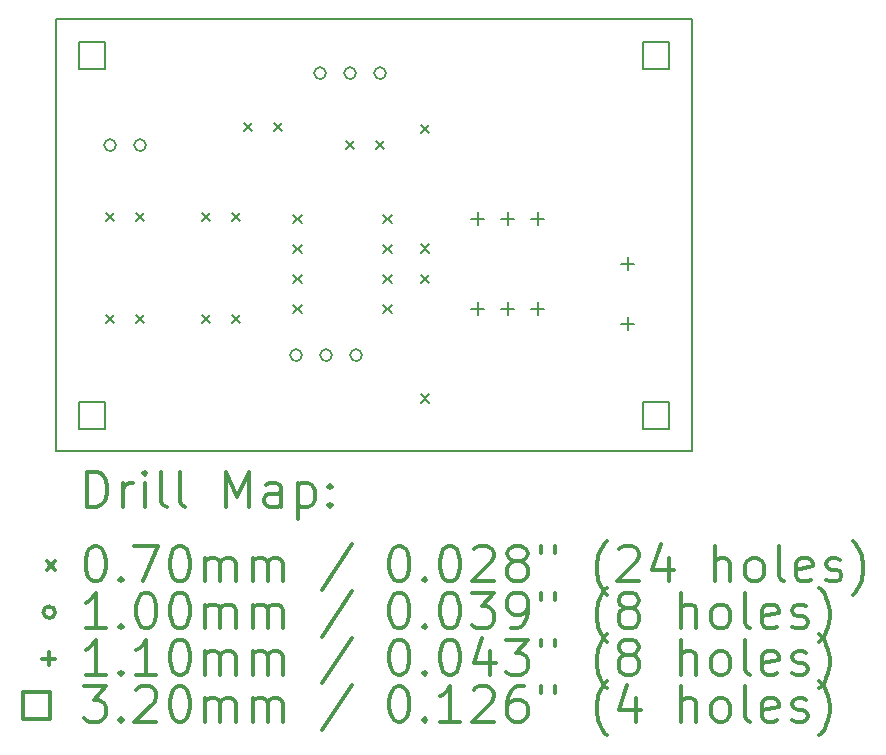
<source format=gbr>
%FSLAX45Y45*%
G04 Gerber Fmt 4.5, Leading zero omitted, Abs format (unit mm)*
G04 Created by KiCad (PCBNEW 4.0.7) date 06/12/18 06:08:38*
%MOMM*%
%LPD*%
G01*
G04 APERTURE LIST*
%ADD10C,0.127000*%
%ADD11C,0.150000*%
%ADD12C,0.200000*%
%ADD13C,0.300000*%
G04 APERTURE END LIST*
D10*
D11*
X19659600Y-7264400D02*
X19608800Y-7264400D01*
X19659600Y-10922000D02*
X19659600Y-7264400D01*
X15290800Y-7264400D02*
X19608800Y-7264400D01*
X14274800Y-7264400D02*
X15290800Y-7264400D01*
X14274800Y-8382000D02*
X14274800Y-7264400D01*
X14274800Y-10922000D02*
X14274800Y-8382000D01*
X19659600Y-10922000D02*
X14274800Y-10922000D01*
D12*
X14697000Y-8905800D02*
X14767000Y-8975800D01*
X14767000Y-8905800D02*
X14697000Y-8975800D01*
X14697000Y-9769400D02*
X14767000Y-9839400D01*
X14767000Y-9769400D02*
X14697000Y-9839400D01*
X14951000Y-8905800D02*
X15021000Y-8975800D01*
X15021000Y-8905800D02*
X14951000Y-8975800D01*
X14951000Y-9769400D02*
X15021000Y-9839400D01*
X15021000Y-9769400D02*
X14951000Y-9839400D01*
X15509800Y-8905800D02*
X15579800Y-8975800D01*
X15579800Y-8905800D02*
X15509800Y-8975800D01*
X15509800Y-9769400D02*
X15579800Y-9839400D01*
X15579800Y-9769400D02*
X15509800Y-9839400D01*
X15763800Y-8905800D02*
X15833800Y-8975800D01*
X15833800Y-8905800D02*
X15763800Y-8975800D01*
X15763800Y-9769400D02*
X15833800Y-9839400D01*
X15833800Y-9769400D02*
X15763800Y-9839400D01*
X15865400Y-8143800D02*
X15935400Y-8213800D01*
X15935400Y-8143800D02*
X15865400Y-8213800D01*
X16119400Y-8143800D02*
X16189400Y-8213800D01*
X16189400Y-8143800D02*
X16119400Y-8213800D01*
X16284500Y-8918500D02*
X16354500Y-8988500D01*
X16354500Y-8918500D02*
X16284500Y-8988500D01*
X16284500Y-9172500D02*
X16354500Y-9242500D01*
X16354500Y-9172500D02*
X16284500Y-9242500D01*
X16284500Y-9426500D02*
X16354500Y-9496500D01*
X16354500Y-9426500D02*
X16284500Y-9496500D01*
X16284500Y-9680500D02*
X16354500Y-9750500D01*
X16354500Y-9680500D02*
X16284500Y-9750500D01*
X16729000Y-8296200D02*
X16799000Y-8366200D01*
X16799000Y-8296200D02*
X16729000Y-8366200D01*
X16983000Y-8296200D02*
X17053000Y-8366200D01*
X17053000Y-8296200D02*
X16983000Y-8366200D01*
X17046500Y-8918500D02*
X17116500Y-8988500D01*
X17116500Y-8918500D02*
X17046500Y-8988500D01*
X17046500Y-9172500D02*
X17116500Y-9242500D01*
X17116500Y-9172500D02*
X17046500Y-9242500D01*
X17046500Y-9426500D02*
X17116500Y-9496500D01*
X17116500Y-9426500D02*
X17046500Y-9496500D01*
X17046500Y-9680500D02*
X17116500Y-9750500D01*
X17116500Y-9680500D02*
X17046500Y-9750500D01*
X17363746Y-9172448D02*
X17433746Y-9242448D01*
X17433746Y-9172448D02*
X17363746Y-9242448D01*
X17363746Y-10442448D02*
X17433746Y-10512448D01*
X17433746Y-10442448D02*
X17363746Y-10512448D01*
X17364000Y-8156500D02*
X17434000Y-8226500D01*
X17434000Y-8156500D02*
X17364000Y-8226500D01*
X17364000Y-9426500D02*
X17434000Y-9496500D01*
X17434000Y-9426500D02*
X17364000Y-9496500D01*
X14782000Y-8331200D02*
G75*
G03X14782000Y-8331200I-50000J0D01*
G01*
X15036000Y-8331200D02*
G75*
G03X15036000Y-8331200I-50000J0D01*
G01*
X16356800Y-10109200D02*
G75*
G03X16356800Y-10109200I-50000J0D01*
G01*
X16560000Y-7721600D02*
G75*
G03X16560000Y-7721600I-50000J0D01*
G01*
X16610800Y-10109200D02*
G75*
G03X16610800Y-10109200I-50000J0D01*
G01*
X16814000Y-7721600D02*
G75*
G03X16814000Y-7721600I-50000J0D01*
G01*
X16864800Y-10109200D02*
G75*
G03X16864800Y-10109200I-50000J0D01*
G01*
X17068000Y-7721600D02*
G75*
G03X17068000Y-7721600I-50000J0D01*
G01*
X17843500Y-8898500D02*
X17843500Y-9008500D01*
X17788500Y-8953500D02*
X17898500Y-8953500D01*
X17843500Y-9660500D02*
X17843500Y-9770500D01*
X17788500Y-9715500D02*
X17898500Y-9715500D01*
X18097500Y-8898500D02*
X18097500Y-9008500D01*
X18042500Y-8953500D02*
X18152500Y-8953500D01*
X18097500Y-9660500D02*
X18097500Y-9770500D01*
X18042500Y-9715500D02*
X18152500Y-9715500D01*
X18351500Y-8898500D02*
X18351500Y-9008500D01*
X18296500Y-8953500D02*
X18406500Y-8953500D01*
X18351500Y-9660500D02*
X18351500Y-9770500D01*
X18296500Y-9715500D02*
X18406500Y-9715500D01*
X19113500Y-9279500D02*
X19113500Y-9389500D01*
X19058500Y-9334500D02*
X19168500Y-9334500D01*
X19113500Y-9787500D02*
X19113500Y-9897500D01*
X19058500Y-9842500D02*
X19168500Y-9842500D01*
X14692738Y-7682338D02*
X14692738Y-7456062D01*
X14466462Y-7456062D01*
X14466462Y-7682338D01*
X14692738Y-7682338D01*
X14692738Y-10730338D02*
X14692738Y-10504062D01*
X14466462Y-10504062D01*
X14466462Y-10730338D01*
X14692738Y-10730338D01*
X19467938Y-7682338D02*
X19467938Y-7456062D01*
X19241662Y-7456062D01*
X19241662Y-7682338D01*
X19467938Y-7682338D01*
X19467938Y-10730338D02*
X19467938Y-10504062D01*
X19241662Y-10504062D01*
X19241662Y-10730338D01*
X19467938Y-10730338D01*
D13*
X14538728Y-11395214D02*
X14538728Y-11095214D01*
X14610157Y-11095214D01*
X14653014Y-11109500D01*
X14681586Y-11138072D01*
X14695871Y-11166643D01*
X14710157Y-11223786D01*
X14710157Y-11266643D01*
X14695871Y-11323786D01*
X14681586Y-11352357D01*
X14653014Y-11380929D01*
X14610157Y-11395214D01*
X14538728Y-11395214D01*
X14838728Y-11395214D02*
X14838728Y-11195214D01*
X14838728Y-11252357D02*
X14853014Y-11223786D01*
X14867300Y-11209500D01*
X14895871Y-11195214D01*
X14924443Y-11195214D01*
X15024443Y-11395214D02*
X15024443Y-11195214D01*
X15024443Y-11095214D02*
X15010157Y-11109500D01*
X15024443Y-11123786D01*
X15038728Y-11109500D01*
X15024443Y-11095214D01*
X15024443Y-11123786D01*
X15210157Y-11395214D02*
X15181586Y-11380929D01*
X15167300Y-11352357D01*
X15167300Y-11095214D01*
X15367300Y-11395214D02*
X15338728Y-11380929D01*
X15324443Y-11352357D01*
X15324443Y-11095214D01*
X15710157Y-11395214D02*
X15710157Y-11095214D01*
X15810157Y-11309500D01*
X15910157Y-11095214D01*
X15910157Y-11395214D01*
X16181586Y-11395214D02*
X16181586Y-11238071D01*
X16167300Y-11209500D01*
X16138728Y-11195214D01*
X16081586Y-11195214D01*
X16053014Y-11209500D01*
X16181586Y-11380929D02*
X16153014Y-11395214D01*
X16081586Y-11395214D01*
X16053014Y-11380929D01*
X16038728Y-11352357D01*
X16038728Y-11323786D01*
X16053014Y-11295214D01*
X16081586Y-11280929D01*
X16153014Y-11280929D01*
X16181586Y-11266643D01*
X16324443Y-11195214D02*
X16324443Y-11495214D01*
X16324443Y-11209500D02*
X16353014Y-11195214D01*
X16410157Y-11195214D01*
X16438728Y-11209500D01*
X16453014Y-11223786D01*
X16467300Y-11252357D01*
X16467300Y-11338071D01*
X16453014Y-11366643D01*
X16438728Y-11380929D01*
X16410157Y-11395214D01*
X16353014Y-11395214D01*
X16324443Y-11380929D01*
X16595871Y-11366643D02*
X16610157Y-11380929D01*
X16595871Y-11395214D01*
X16581586Y-11380929D01*
X16595871Y-11366643D01*
X16595871Y-11395214D01*
X16595871Y-11209500D02*
X16610157Y-11223786D01*
X16595871Y-11238071D01*
X16581586Y-11223786D01*
X16595871Y-11209500D01*
X16595871Y-11238071D01*
X14197300Y-11854500D02*
X14267300Y-11924500D01*
X14267300Y-11854500D02*
X14197300Y-11924500D01*
X14595871Y-11725214D02*
X14624443Y-11725214D01*
X14653014Y-11739500D01*
X14667300Y-11753786D01*
X14681586Y-11782357D01*
X14695871Y-11839500D01*
X14695871Y-11910929D01*
X14681586Y-11968071D01*
X14667300Y-11996643D01*
X14653014Y-12010929D01*
X14624443Y-12025214D01*
X14595871Y-12025214D01*
X14567300Y-12010929D01*
X14553014Y-11996643D01*
X14538728Y-11968071D01*
X14524443Y-11910929D01*
X14524443Y-11839500D01*
X14538728Y-11782357D01*
X14553014Y-11753786D01*
X14567300Y-11739500D01*
X14595871Y-11725214D01*
X14824443Y-11996643D02*
X14838728Y-12010929D01*
X14824443Y-12025214D01*
X14810157Y-12010929D01*
X14824443Y-11996643D01*
X14824443Y-12025214D01*
X14938728Y-11725214D02*
X15138728Y-11725214D01*
X15010157Y-12025214D01*
X15310157Y-11725214D02*
X15338728Y-11725214D01*
X15367300Y-11739500D01*
X15381586Y-11753786D01*
X15395871Y-11782357D01*
X15410157Y-11839500D01*
X15410157Y-11910929D01*
X15395871Y-11968071D01*
X15381586Y-11996643D01*
X15367300Y-12010929D01*
X15338728Y-12025214D01*
X15310157Y-12025214D01*
X15281586Y-12010929D01*
X15267300Y-11996643D01*
X15253014Y-11968071D01*
X15238728Y-11910929D01*
X15238728Y-11839500D01*
X15253014Y-11782357D01*
X15267300Y-11753786D01*
X15281586Y-11739500D01*
X15310157Y-11725214D01*
X15538728Y-12025214D02*
X15538728Y-11825214D01*
X15538728Y-11853786D02*
X15553014Y-11839500D01*
X15581586Y-11825214D01*
X15624443Y-11825214D01*
X15653014Y-11839500D01*
X15667300Y-11868071D01*
X15667300Y-12025214D01*
X15667300Y-11868071D02*
X15681586Y-11839500D01*
X15710157Y-11825214D01*
X15753014Y-11825214D01*
X15781586Y-11839500D01*
X15795871Y-11868071D01*
X15795871Y-12025214D01*
X15938728Y-12025214D02*
X15938728Y-11825214D01*
X15938728Y-11853786D02*
X15953014Y-11839500D01*
X15981586Y-11825214D01*
X16024443Y-11825214D01*
X16053014Y-11839500D01*
X16067300Y-11868071D01*
X16067300Y-12025214D01*
X16067300Y-11868071D02*
X16081586Y-11839500D01*
X16110157Y-11825214D01*
X16153014Y-11825214D01*
X16181586Y-11839500D01*
X16195871Y-11868071D01*
X16195871Y-12025214D01*
X16781586Y-11710929D02*
X16524443Y-12096643D01*
X17167300Y-11725214D02*
X17195871Y-11725214D01*
X17224443Y-11739500D01*
X17238728Y-11753786D01*
X17253014Y-11782357D01*
X17267300Y-11839500D01*
X17267300Y-11910929D01*
X17253014Y-11968071D01*
X17238728Y-11996643D01*
X17224443Y-12010929D01*
X17195871Y-12025214D01*
X17167300Y-12025214D01*
X17138728Y-12010929D01*
X17124443Y-11996643D01*
X17110157Y-11968071D01*
X17095871Y-11910929D01*
X17095871Y-11839500D01*
X17110157Y-11782357D01*
X17124443Y-11753786D01*
X17138728Y-11739500D01*
X17167300Y-11725214D01*
X17395871Y-11996643D02*
X17410157Y-12010929D01*
X17395871Y-12025214D01*
X17381586Y-12010929D01*
X17395871Y-11996643D01*
X17395871Y-12025214D01*
X17595871Y-11725214D02*
X17624443Y-11725214D01*
X17653014Y-11739500D01*
X17667300Y-11753786D01*
X17681586Y-11782357D01*
X17695871Y-11839500D01*
X17695871Y-11910929D01*
X17681586Y-11968071D01*
X17667300Y-11996643D01*
X17653014Y-12010929D01*
X17624443Y-12025214D01*
X17595871Y-12025214D01*
X17567300Y-12010929D01*
X17553014Y-11996643D01*
X17538728Y-11968071D01*
X17524443Y-11910929D01*
X17524443Y-11839500D01*
X17538728Y-11782357D01*
X17553014Y-11753786D01*
X17567300Y-11739500D01*
X17595871Y-11725214D01*
X17810157Y-11753786D02*
X17824443Y-11739500D01*
X17853014Y-11725214D01*
X17924443Y-11725214D01*
X17953014Y-11739500D01*
X17967300Y-11753786D01*
X17981586Y-11782357D01*
X17981586Y-11810929D01*
X17967300Y-11853786D01*
X17795871Y-12025214D01*
X17981586Y-12025214D01*
X18153014Y-11853786D02*
X18124443Y-11839500D01*
X18110157Y-11825214D01*
X18095871Y-11796643D01*
X18095871Y-11782357D01*
X18110157Y-11753786D01*
X18124443Y-11739500D01*
X18153014Y-11725214D01*
X18210157Y-11725214D01*
X18238728Y-11739500D01*
X18253014Y-11753786D01*
X18267300Y-11782357D01*
X18267300Y-11796643D01*
X18253014Y-11825214D01*
X18238728Y-11839500D01*
X18210157Y-11853786D01*
X18153014Y-11853786D01*
X18124443Y-11868071D01*
X18110157Y-11882357D01*
X18095871Y-11910929D01*
X18095871Y-11968071D01*
X18110157Y-11996643D01*
X18124443Y-12010929D01*
X18153014Y-12025214D01*
X18210157Y-12025214D01*
X18238728Y-12010929D01*
X18253014Y-11996643D01*
X18267300Y-11968071D01*
X18267300Y-11910929D01*
X18253014Y-11882357D01*
X18238728Y-11868071D01*
X18210157Y-11853786D01*
X18381586Y-11725214D02*
X18381586Y-11782357D01*
X18495871Y-11725214D02*
X18495871Y-11782357D01*
X18938728Y-12139500D02*
X18924443Y-12125214D01*
X18895871Y-12082357D01*
X18881586Y-12053786D01*
X18867300Y-12010929D01*
X18853014Y-11939500D01*
X18853014Y-11882357D01*
X18867300Y-11810929D01*
X18881586Y-11768071D01*
X18895871Y-11739500D01*
X18924443Y-11696643D01*
X18938728Y-11682357D01*
X19038728Y-11753786D02*
X19053014Y-11739500D01*
X19081586Y-11725214D01*
X19153014Y-11725214D01*
X19181586Y-11739500D01*
X19195871Y-11753786D01*
X19210157Y-11782357D01*
X19210157Y-11810929D01*
X19195871Y-11853786D01*
X19024443Y-12025214D01*
X19210157Y-12025214D01*
X19467300Y-11825214D02*
X19467300Y-12025214D01*
X19395871Y-11710929D02*
X19324443Y-11925214D01*
X19510157Y-11925214D01*
X19853014Y-12025214D02*
X19853014Y-11725214D01*
X19981586Y-12025214D02*
X19981586Y-11868071D01*
X19967300Y-11839500D01*
X19938728Y-11825214D01*
X19895871Y-11825214D01*
X19867300Y-11839500D01*
X19853014Y-11853786D01*
X20167300Y-12025214D02*
X20138728Y-12010929D01*
X20124443Y-11996643D01*
X20110157Y-11968071D01*
X20110157Y-11882357D01*
X20124443Y-11853786D01*
X20138728Y-11839500D01*
X20167300Y-11825214D01*
X20210157Y-11825214D01*
X20238728Y-11839500D01*
X20253014Y-11853786D01*
X20267300Y-11882357D01*
X20267300Y-11968071D01*
X20253014Y-11996643D01*
X20238728Y-12010929D01*
X20210157Y-12025214D01*
X20167300Y-12025214D01*
X20438728Y-12025214D02*
X20410157Y-12010929D01*
X20395871Y-11982357D01*
X20395871Y-11725214D01*
X20667300Y-12010929D02*
X20638729Y-12025214D01*
X20581586Y-12025214D01*
X20553014Y-12010929D01*
X20538729Y-11982357D01*
X20538729Y-11868071D01*
X20553014Y-11839500D01*
X20581586Y-11825214D01*
X20638729Y-11825214D01*
X20667300Y-11839500D01*
X20681586Y-11868071D01*
X20681586Y-11896643D01*
X20538729Y-11925214D01*
X20795871Y-12010929D02*
X20824443Y-12025214D01*
X20881586Y-12025214D01*
X20910157Y-12010929D01*
X20924443Y-11982357D01*
X20924443Y-11968071D01*
X20910157Y-11939500D01*
X20881586Y-11925214D01*
X20838729Y-11925214D01*
X20810157Y-11910929D01*
X20795871Y-11882357D01*
X20795871Y-11868071D01*
X20810157Y-11839500D01*
X20838729Y-11825214D01*
X20881586Y-11825214D01*
X20910157Y-11839500D01*
X21024443Y-12139500D02*
X21038729Y-12125214D01*
X21067300Y-12082357D01*
X21081586Y-12053786D01*
X21095871Y-12010929D01*
X21110157Y-11939500D01*
X21110157Y-11882357D01*
X21095871Y-11810929D01*
X21081586Y-11768071D01*
X21067300Y-11739500D01*
X21038729Y-11696643D01*
X21024443Y-11682357D01*
X14267300Y-12285500D02*
G75*
G03X14267300Y-12285500I-50000J0D01*
G01*
X14695871Y-12421214D02*
X14524443Y-12421214D01*
X14610157Y-12421214D02*
X14610157Y-12121214D01*
X14581586Y-12164071D01*
X14553014Y-12192643D01*
X14524443Y-12206929D01*
X14824443Y-12392643D02*
X14838728Y-12406929D01*
X14824443Y-12421214D01*
X14810157Y-12406929D01*
X14824443Y-12392643D01*
X14824443Y-12421214D01*
X15024443Y-12121214D02*
X15053014Y-12121214D01*
X15081586Y-12135500D01*
X15095871Y-12149786D01*
X15110157Y-12178357D01*
X15124443Y-12235500D01*
X15124443Y-12306929D01*
X15110157Y-12364071D01*
X15095871Y-12392643D01*
X15081586Y-12406929D01*
X15053014Y-12421214D01*
X15024443Y-12421214D01*
X14995871Y-12406929D01*
X14981586Y-12392643D01*
X14967300Y-12364071D01*
X14953014Y-12306929D01*
X14953014Y-12235500D01*
X14967300Y-12178357D01*
X14981586Y-12149786D01*
X14995871Y-12135500D01*
X15024443Y-12121214D01*
X15310157Y-12121214D02*
X15338728Y-12121214D01*
X15367300Y-12135500D01*
X15381586Y-12149786D01*
X15395871Y-12178357D01*
X15410157Y-12235500D01*
X15410157Y-12306929D01*
X15395871Y-12364071D01*
X15381586Y-12392643D01*
X15367300Y-12406929D01*
X15338728Y-12421214D01*
X15310157Y-12421214D01*
X15281586Y-12406929D01*
X15267300Y-12392643D01*
X15253014Y-12364071D01*
X15238728Y-12306929D01*
X15238728Y-12235500D01*
X15253014Y-12178357D01*
X15267300Y-12149786D01*
X15281586Y-12135500D01*
X15310157Y-12121214D01*
X15538728Y-12421214D02*
X15538728Y-12221214D01*
X15538728Y-12249786D02*
X15553014Y-12235500D01*
X15581586Y-12221214D01*
X15624443Y-12221214D01*
X15653014Y-12235500D01*
X15667300Y-12264071D01*
X15667300Y-12421214D01*
X15667300Y-12264071D02*
X15681586Y-12235500D01*
X15710157Y-12221214D01*
X15753014Y-12221214D01*
X15781586Y-12235500D01*
X15795871Y-12264071D01*
X15795871Y-12421214D01*
X15938728Y-12421214D02*
X15938728Y-12221214D01*
X15938728Y-12249786D02*
X15953014Y-12235500D01*
X15981586Y-12221214D01*
X16024443Y-12221214D01*
X16053014Y-12235500D01*
X16067300Y-12264071D01*
X16067300Y-12421214D01*
X16067300Y-12264071D02*
X16081586Y-12235500D01*
X16110157Y-12221214D01*
X16153014Y-12221214D01*
X16181586Y-12235500D01*
X16195871Y-12264071D01*
X16195871Y-12421214D01*
X16781586Y-12106929D02*
X16524443Y-12492643D01*
X17167300Y-12121214D02*
X17195871Y-12121214D01*
X17224443Y-12135500D01*
X17238728Y-12149786D01*
X17253014Y-12178357D01*
X17267300Y-12235500D01*
X17267300Y-12306929D01*
X17253014Y-12364071D01*
X17238728Y-12392643D01*
X17224443Y-12406929D01*
X17195871Y-12421214D01*
X17167300Y-12421214D01*
X17138728Y-12406929D01*
X17124443Y-12392643D01*
X17110157Y-12364071D01*
X17095871Y-12306929D01*
X17095871Y-12235500D01*
X17110157Y-12178357D01*
X17124443Y-12149786D01*
X17138728Y-12135500D01*
X17167300Y-12121214D01*
X17395871Y-12392643D02*
X17410157Y-12406929D01*
X17395871Y-12421214D01*
X17381586Y-12406929D01*
X17395871Y-12392643D01*
X17395871Y-12421214D01*
X17595871Y-12121214D02*
X17624443Y-12121214D01*
X17653014Y-12135500D01*
X17667300Y-12149786D01*
X17681586Y-12178357D01*
X17695871Y-12235500D01*
X17695871Y-12306929D01*
X17681586Y-12364071D01*
X17667300Y-12392643D01*
X17653014Y-12406929D01*
X17624443Y-12421214D01*
X17595871Y-12421214D01*
X17567300Y-12406929D01*
X17553014Y-12392643D01*
X17538728Y-12364071D01*
X17524443Y-12306929D01*
X17524443Y-12235500D01*
X17538728Y-12178357D01*
X17553014Y-12149786D01*
X17567300Y-12135500D01*
X17595871Y-12121214D01*
X17795871Y-12121214D02*
X17981586Y-12121214D01*
X17881586Y-12235500D01*
X17924443Y-12235500D01*
X17953014Y-12249786D01*
X17967300Y-12264071D01*
X17981586Y-12292643D01*
X17981586Y-12364071D01*
X17967300Y-12392643D01*
X17953014Y-12406929D01*
X17924443Y-12421214D01*
X17838728Y-12421214D01*
X17810157Y-12406929D01*
X17795871Y-12392643D01*
X18124443Y-12421214D02*
X18181586Y-12421214D01*
X18210157Y-12406929D01*
X18224443Y-12392643D01*
X18253014Y-12349786D01*
X18267300Y-12292643D01*
X18267300Y-12178357D01*
X18253014Y-12149786D01*
X18238728Y-12135500D01*
X18210157Y-12121214D01*
X18153014Y-12121214D01*
X18124443Y-12135500D01*
X18110157Y-12149786D01*
X18095871Y-12178357D01*
X18095871Y-12249786D01*
X18110157Y-12278357D01*
X18124443Y-12292643D01*
X18153014Y-12306929D01*
X18210157Y-12306929D01*
X18238728Y-12292643D01*
X18253014Y-12278357D01*
X18267300Y-12249786D01*
X18381586Y-12121214D02*
X18381586Y-12178357D01*
X18495871Y-12121214D02*
X18495871Y-12178357D01*
X18938728Y-12535500D02*
X18924443Y-12521214D01*
X18895871Y-12478357D01*
X18881586Y-12449786D01*
X18867300Y-12406929D01*
X18853014Y-12335500D01*
X18853014Y-12278357D01*
X18867300Y-12206929D01*
X18881586Y-12164071D01*
X18895871Y-12135500D01*
X18924443Y-12092643D01*
X18938728Y-12078357D01*
X19095871Y-12249786D02*
X19067300Y-12235500D01*
X19053014Y-12221214D01*
X19038728Y-12192643D01*
X19038728Y-12178357D01*
X19053014Y-12149786D01*
X19067300Y-12135500D01*
X19095871Y-12121214D01*
X19153014Y-12121214D01*
X19181586Y-12135500D01*
X19195871Y-12149786D01*
X19210157Y-12178357D01*
X19210157Y-12192643D01*
X19195871Y-12221214D01*
X19181586Y-12235500D01*
X19153014Y-12249786D01*
X19095871Y-12249786D01*
X19067300Y-12264071D01*
X19053014Y-12278357D01*
X19038728Y-12306929D01*
X19038728Y-12364071D01*
X19053014Y-12392643D01*
X19067300Y-12406929D01*
X19095871Y-12421214D01*
X19153014Y-12421214D01*
X19181586Y-12406929D01*
X19195871Y-12392643D01*
X19210157Y-12364071D01*
X19210157Y-12306929D01*
X19195871Y-12278357D01*
X19181586Y-12264071D01*
X19153014Y-12249786D01*
X19567300Y-12421214D02*
X19567300Y-12121214D01*
X19695871Y-12421214D02*
X19695871Y-12264071D01*
X19681586Y-12235500D01*
X19653014Y-12221214D01*
X19610157Y-12221214D01*
X19581586Y-12235500D01*
X19567300Y-12249786D01*
X19881586Y-12421214D02*
X19853014Y-12406929D01*
X19838728Y-12392643D01*
X19824443Y-12364071D01*
X19824443Y-12278357D01*
X19838728Y-12249786D01*
X19853014Y-12235500D01*
X19881586Y-12221214D01*
X19924443Y-12221214D01*
X19953014Y-12235500D01*
X19967300Y-12249786D01*
X19981586Y-12278357D01*
X19981586Y-12364071D01*
X19967300Y-12392643D01*
X19953014Y-12406929D01*
X19924443Y-12421214D01*
X19881586Y-12421214D01*
X20153014Y-12421214D02*
X20124443Y-12406929D01*
X20110157Y-12378357D01*
X20110157Y-12121214D01*
X20381586Y-12406929D02*
X20353014Y-12421214D01*
X20295871Y-12421214D01*
X20267300Y-12406929D01*
X20253014Y-12378357D01*
X20253014Y-12264071D01*
X20267300Y-12235500D01*
X20295871Y-12221214D01*
X20353014Y-12221214D01*
X20381586Y-12235500D01*
X20395871Y-12264071D01*
X20395871Y-12292643D01*
X20253014Y-12321214D01*
X20510157Y-12406929D02*
X20538729Y-12421214D01*
X20595871Y-12421214D01*
X20624443Y-12406929D01*
X20638729Y-12378357D01*
X20638729Y-12364071D01*
X20624443Y-12335500D01*
X20595871Y-12321214D01*
X20553014Y-12321214D01*
X20524443Y-12306929D01*
X20510157Y-12278357D01*
X20510157Y-12264071D01*
X20524443Y-12235500D01*
X20553014Y-12221214D01*
X20595871Y-12221214D01*
X20624443Y-12235500D01*
X20738728Y-12535500D02*
X20753014Y-12521214D01*
X20781586Y-12478357D01*
X20795871Y-12449786D01*
X20810157Y-12406929D01*
X20824443Y-12335500D01*
X20824443Y-12278357D01*
X20810157Y-12206929D01*
X20795871Y-12164071D01*
X20781586Y-12135500D01*
X20753014Y-12092643D01*
X20738728Y-12078357D01*
X14212300Y-12626500D02*
X14212300Y-12736500D01*
X14157300Y-12681500D02*
X14267300Y-12681500D01*
X14695871Y-12817214D02*
X14524443Y-12817214D01*
X14610157Y-12817214D02*
X14610157Y-12517214D01*
X14581586Y-12560071D01*
X14553014Y-12588643D01*
X14524443Y-12602929D01*
X14824443Y-12788643D02*
X14838728Y-12802929D01*
X14824443Y-12817214D01*
X14810157Y-12802929D01*
X14824443Y-12788643D01*
X14824443Y-12817214D01*
X15124443Y-12817214D02*
X14953014Y-12817214D01*
X15038728Y-12817214D02*
X15038728Y-12517214D01*
X15010157Y-12560071D01*
X14981586Y-12588643D01*
X14953014Y-12602929D01*
X15310157Y-12517214D02*
X15338728Y-12517214D01*
X15367300Y-12531500D01*
X15381586Y-12545786D01*
X15395871Y-12574357D01*
X15410157Y-12631500D01*
X15410157Y-12702929D01*
X15395871Y-12760071D01*
X15381586Y-12788643D01*
X15367300Y-12802929D01*
X15338728Y-12817214D01*
X15310157Y-12817214D01*
X15281586Y-12802929D01*
X15267300Y-12788643D01*
X15253014Y-12760071D01*
X15238728Y-12702929D01*
X15238728Y-12631500D01*
X15253014Y-12574357D01*
X15267300Y-12545786D01*
X15281586Y-12531500D01*
X15310157Y-12517214D01*
X15538728Y-12817214D02*
X15538728Y-12617214D01*
X15538728Y-12645786D02*
X15553014Y-12631500D01*
X15581586Y-12617214D01*
X15624443Y-12617214D01*
X15653014Y-12631500D01*
X15667300Y-12660071D01*
X15667300Y-12817214D01*
X15667300Y-12660071D02*
X15681586Y-12631500D01*
X15710157Y-12617214D01*
X15753014Y-12617214D01*
X15781586Y-12631500D01*
X15795871Y-12660071D01*
X15795871Y-12817214D01*
X15938728Y-12817214D02*
X15938728Y-12617214D01*
X15938728Y-12645786D02*
X15953014Y-12631500D01*
X15981586Y-12617214D01*
X16024443Y-12617214D01*
X16053014Y-12631500D01*
X16067300Y-12660071D01*
X16067300Y-12817214D01*
X16067300Y-12660071D02*
X16081586Y-12631500D01*
X16110157Y-12617214D01*
X16153014Y-12617214D01*
X16181586Y-12631500D01*
X16195871Y-12660071D01*
X16195871Y-12817214D01*
X16781586Y-12502929D02*
X16524443Y-12888643D01*
X17167300Y-12517214D02*
X17195871Y-12517214D01*
X17224443Y-12531500D01*
X17238728Y-12545786D01*
X17253014Y-12574357D01*
X17267300Y-12631500D01*
X17267300Y-12702929D01*
X17253014Y-12760071D01*
X17238728Y-12788643D01*
X17224443Y-12802929D01*
X17195871Y-12817214D01*
X17167300Y-12817214D01*
X17138728Y-12802929D01*
X17124443Y-12788643D01*
X17110157Y-12760071D01*
X17095871Y-12702929D01*
X17095871Y-12631500D01*
X17110157Y-12574357D01*
X17124443Y-12545786D01*
X17138728Y-12531500D01*
X17167300Y-12517214D01*
X17395871Y-12788643D02*
X17410157Y-12802929D01*
X17395871Y-12817214D01*
X17381586Y-12802929D01*
X17395871Y-12788643D01*
X17395871Y-12817214D01*
X17595871Y-12517214D02*
X17624443Y-12517214D01*
X17653014Y-12531500D01*
X17667300Y-12545786D01*
X17681586Y-12574357D01*
X17695871Y-12631500D01*
X17695871Y-12702929D01*
X17681586Y-12760071D01*
X17667300Y-12788643D01*
X17653014Y-12802929D01*
X17624443Y-12817214D01*
X17595871Y-12817214D01*
X17567300Y-12802929D01*
X17553014Y-12788643D01*
X17538728Y-12760071D01*
X17524443Y-12702929D01*
X17524443Y-12631500D01*
X17538728Y-12574357D01*
X17553014Y-12545786D01*
X17567300Y-12531500D01*
X17595871Y-12517214D01*
X17953014Y-12617214D02*
X17953014Y-12817214D01*
X17881586Y-12502929D02*
X17810157Y-12717214D01*
X17995871Y-12717214D01*
X18081586Y-12517214D02*
X18267300Y-12517214D01*
X18167300Y-12631500D01*
X18210157Y-12631500D01*
X18238728Y-12645786D01*
X18253014Y-12660071D01*
X18267300Y-12688643D01*
X18267300Y-12760071D01*
X18253014Y-12788643D01*
X18238728Y-12802929D01*
X18210157Y-12817214D01*
X18124443Y-12817214D01*
X18095871Y-12802929D01*
X18081586Y-12788643D01*
X18381586Y-12517214D02*
X18381586Y-12574357D01*
X18495871Y-12517214D02*
X18495871Y-12574357D01*
X18938728Y-12931500D02*
X18924443Y-12917214D01*
X18895871Y-12874357D01*
X18881586Y-12845786D01*
X18867300Y-12802929D01*
X18853014Y-12731500D01*
X18853014Y-12674357D01*
X18867300Y-12602929D01*
X18881586Y-12560071D01*
X18895871Y-12531500D01*
X18924443Y-12488643D01*
X18938728Y-12474357D01*
X19095871Y-12645786D02*
X19067300Y-12631500D01*
X19053014Y-12617214D01*
X19038728Y-12588643D01*
X19038728Y-12574357D01*
X19053014Y-12545786D01*
X19067300Y-12531500D01*
X19095871Y-12517214D01*
X19153014Y-12517214D01*
X19181586Y-12531500D01*
X19195871Y-12545786D01*
X19210157Y-12574357D01*
X19210157Y-12588643D01*
X19195871Y-12617214D01*
X19181586Y-12631500D01*
X19153014Y-12645786D01*
X19095871Y-12645786D01*
X19067300Y-12660071D01*
X19053014Y-12674357D01*
X19038728Y-12702929D01*
X19038728Y-12760071D01*
X19053014Y-12788643D01*
X19067300Y-12802929D01*
X19095871Y-12817214D01*
X19153014Y-12817214D01*
X19181586Y-12802929D01*
X19195871Y-12788643D01*
X19210157Y-12760071D01*
X19210157Y-12702929D01*
X19195871Y-12674357D01*
X19181586Y-12660071D01*
X19153014Y-12645786D01*
X19567300Y-12817214D02*
X19567300Y-12517214D01*
X19695871Y-12817214D02*
X19695871Y-12660071D01*
X19681586Y-12631500D01*
X19653014Y-12617214D01*
X19610157Y-12617214D01*
X19581586Y-12631500D01*
X19567300Y-12645786D01*
X19881586Y-12817214D02*
X19853014Y-12802929D01*
X19838728Y-12788643D01*
X19824443Y-12760071D01*
X19824443Y-12674357D01*
X19838728Y-12645786D01*
X19853014Y-12631500D01*
X19881586Y-12617214D01*
X19924443Y-12617214D01*
X19953014Y-12631500D01*
X19967300Y-12645786D01*
X19981586Y-12674357D01*
X19981586Y-12760071D01*
X19967300Y-12788643D01*
X19953014Y-12802929D01*
X19924443Y-12817214D01*
X19881586Y-12817214D01*
X20153014Y-12817214D02*
X20124443Y-12802929D01*
X20110157Y-12774357D01*
X20110157Y-12517214D01*
X20381586Y-12802929D02*
X20353014Y-12817214D01*
X20295871Y-12817214D01*
X20267300Y-12802929D01*
X20253014Y-12774357D01*
X20253014Y-12660071D01*
X20267300Y-12631500D01*
X20295871Y-12617214D01*
X20353014Y-12617214D01*
X20381586Y-12631500D01*
X20395871Y-12660071D01*
X20395871Y-12688643D01*
X20253014Y-12717214D01*
X20510157Y-12802929D02*
X20538729Y-12817214D01*
X20595871Y-12817214D01*
X20624443Y-12802929D01*
X20638729Y-12774357D01*
X20638729Y-12760071D01*
X20624443Y-12731500D01*
X20595871Y-12717214D01*
X20553014Y-12717214D01*
X20524443Y-12702929D01*
X20510157Y-12674357D01*
X20510157Y-12660071D01*
X20524443Y-12631500D01*
X20553014Y-12617214D01*
X20595871Y-12617214D01*
X20624443Y-12631500D01*
X20738728Y-12931500D02*
X20753014Y-12917214D01*
X20781586Y-12874357D01*
X20795871Y-12845786D01*
X20810157Y-12802929D01*
X20824443Y-12731500D01*
X20824443Y-12674357D01*
X20810157Y-12602929D01*
X20795871Y-12560071D01*
X20781586Y-12531500D01*
X20753014Y-12488643D01*
X20738728Y-12474357D01*
X14220438Y-13190638D02*
X14220438Y-12964362D01*
X13994162Y-12964362D01*
X13994162Y-13190638D01*
X14220438Y-13190638D01*
X14510157Y-12913214D02*
X14695871Y-12913214D01*
X14595871Y-13027500D01*
X14638728Y-13027500D01*
X14667300Y-13041786D01*
X14681586Y-13056071D01*
X14695871Y-13084643D01*
X14695871Y-13156071D01*
X14681586Y-13184643D01*
X14667300Y-13198929D01*
X14638728Y-13213214D01*
X14553014Y-13213214D01*
X14524443Y-13198929D01*
X14510157Y-13184643D01*
X14824443Y-13184643D02*
X14838728Y-13198929D01*
X14824443Y-13213214D01*
X14810157Y-13198929D01*
X14824443Y-13184643D01*
X14824443Y-13213214D01*
X14953014Y-12941786D02*
X14967300Y-12927500D01*
X14995871Y-12913214D01*
X15067300Y-12913214D01*
X15095871Y-12927500D01*
X15110157Y-12941786D01*
X15124443Y-12970357D01*
X15124443Y-12998929D01*
X15110157Y-13041786D01*
X14938728Y-13213214D01*
X15124443Y-13213214D01*
X15310157Y-12913214D02*
X15338728Y-12913214D01*
X15367300Y-12927500D01*
X15381586Y-12941786D01*
X15395871Y-12970357D01*
X15410157Y-13027500D01*
X15410157Y-13098929D01*
X15395871Y-13156071D01*
X15381586Y-13184643D01*
X15367300Y-13198929D01*
X15338728Y-13213214D01*
X15310157Y-13213214D01*
X15281586Y-13198929D01*
X15267300Y-13184643D01*
X15253014Y-13156071D01*
X15238728Y-13098929D01*
X15238728Y-13027500D01*
X15253014Y-12970357D01*
X15267300Y-12941786D01*
X15281586Y-12927500D01*
X15310157Y-12913214D01*
X15538728Y-13213214D02*
X15538728Y-13013214D01*
X15538728Y-13041786D02*
X15553014Y-13027500D01*
X15581586Y-13013214D01*
X15624443Y-13013214D01*
X15653014Y-13027500D01*
X15667300Y-13056071D01*
X15667300Y-13213214D01*
X15667300Y-13056071D02*
X15681586Y-13027500D01*
X15710157Y-13013214D01*
X15753014Y-13013214D01*
X15781586Y-13027500D01*
X15795871Y-13056071D01*
X15795871Y-13213214D01*
X15938728Y-13213214D02*
X15938728Y-13013214D01*
X15938728Y-13041786D02*
X15953014Y-13027500D01*
X15981586Y-13013214D01*
X16024443Y-13013214D01*
X16053014Y-13027500D01*
X16067300Y-13056071D01*
X16067300Y-13213214D01*
X16067300Y-13056071D02*
X16081586Y-13027500D01*
X16110157Y-13013214D01*
X16153014Y-13013214D01*
X16181586Y-13027500D01*
X16195871Y-13056071D01*
X16195871Y-13213214D01*
X16781586Y-12898929D02*
X16524443Y-13284643D01*
X17167300Y-12913214D02*
X17195871Y-12913214D01*
X17224443Y-12927500D01*
X17238728Y-12941786D01*
X17253014Y-12970357D01*
X17267300Y-13027500D01*
X17267300Y-13098929D01*
X17253014Y-13156071D01*
X17238728Y-13184643D01*
X17224443Y-13198929D01*
X17195871Y-13213214D01*
X17167300Y-13213214D01*
X17138728Y-13198929D01*
X17124443Y-13184643D01*
X17110157Y-13156071D01*
X17095871Y-13098929D01*
X17095871Y-13027500D01*
X17110157Y-12970357D01*
X17124443Y-12941786D01*
X17138728Y-12927500D01*
X17167300Y-12913214D01*
X17395871Y-13184643D02*
X17410157Y-13198929D01*
X17395871Y-13213214D01*
X17381586Y-13198929D01*
X17395871Y-13184643D01*
X17395871Y-13213214D01*
X17695871Y-13213214D02*
X17524443Y-13213214D01*
X17610157Y-13213214D02*
X17610157Y-12913214D01*
X17581586Y-12956071D01*
X17553014Y-12984643D01*
X17524443Y-12998929D01*
X17810157Y-12941786D02*
X17824443Y-12927500D01*
X17853014Y-12913214D01*
X17924443Y-12913214D01*
X17953014Y-12927500D01*
X17967300Y-12941786D01*
X17981586Y-12970357D01*
X17981586Y-12998929D01*
X17967300Y-13041786D01*
X17795871Y-13213214D01*
X17981586Y-13213214D01*
X18238728Y-12913214D02*
X18181586Y-12913214D01*
X18153014Y-12927500D01*
X18138728Y-12941786D01*
X18110157Y-12984643D01*
X18095871Y-13041786D01*
X18095871Y-13156071D01*
X18110157Y-13184643D01*
X18124443Y-13198929D01*
X18153014Y-13213214D01*
X18210157Y-13213214D01*
X18238728Y-13198929D01*
X18253014Y-13184643D01*
X18267300Y-13156071D01*
X18267300Y-13084643D01*
X18253014Y-13056071D01*
X18238728Y-13041786D01*
X18210157Y-13027500D01*
X18153014Y-13027500D01*
X18124443Y-13041786D01*
X18110157Y-13056071D01*
X18095871Y-13084643D01*
X18381586Y-12913214D02*
X18381586Y-12970357D01*
X18495871Y-12913214D02*
X18495871Y-12970357D01*
X18938728Y-13327500D02*
X18924443Y-13313214D01*
X18895871Y-13270357D01*
X18881586Y-13241786D01*
X18867300Y-13198929D01*
X18853014Y-13127500D01*
X18853014Y-13070357D01*
X18867300Y-12998929D01*
X18881586Y-12956071D01*
X18895871Y-12927500D01*
X18924443Y-12884643D01*
X18938728Y-12870357D01*
X19181586Y-13013214D02*
X19181586Y-13213214D01*
X19110157Y-12898929D02*
X19038728Y-13113214D01*
X19224443Y-13113214D01*
X19567300Y-13213214D02*
X19567300Y-12913214D01*
X19695871Y-13213214D02*
X19695871Y-13056071D01*
X19681586Y-13027500D01*
X19653014Y-13013214D01*
X19610157Y-13013214D01*
X19581586Y-13027500D01*
X19567300Y-13041786D01*
X19881586Y-13213214D02*
X19853014Y-13198929D01*
X19838728Y-13184643D01*
X19824443Y-13156071D01*
X19824443Y-13070357D01*
X19838728Y-13041786D01*
X19853014Y-13027500D01*
X19881586Y-13013214D01*
X19924443Y-13013214D01*
X19953014Y-13027500D01*
X19967300Y-13041786D01*
X19981586Y-13070357D01*
X19981586Y-13156071D01*
X19967300Y-13184643D01*
X19953014Y-13198929D01*
X19924443Y-13213214D01*
X19881586Y-13213214D01*
X20153014Y-13213214D02*
X20124443Y-13198929D01*
X20110157Y-13170357D01*
X20110157Y-12913214D01*
X20381586Y-13198929D02*
X20353014Y-13213214D01*
X20295871Y-13213214D01*
X20267300Y-13198929D01*
X20253014Y-13170357D01*
X20253014Y-13056071D01*
X20267300Y-13027500D01*
X20295871Y-13013214D01*
X20353014Y-13013214D01*
X20381586Y-13027500D01*
X20395871Y-13056071D01*
X20395871Y-13084643D01*
X20253014Y-13113214D01*
X20510157Y-13198929D02*
X20538729Y-13213214D01*
X20595871Y-13213214D01*
X20624443Y-13198929D01*
X20638729Y-13170357D01*
X20638729Y-13156071D01*
X20624443Y-13127500D01*
X20595871Y-13113214D01*
X20553014Y-13113214D01*
X20524443Y-13098929D01*
X20510157Y-13070357D01*
X20510157Y-13056071D01*
X20524443Y-13027500D01*
X20553014Y-13013214D01*
X20595871Y-13013214D01*
X20624443Y-13027500D01*
X20738728Y-13327500D02*
X20753014Y-13313214D01*
X20781586Y-13270357D01*
X20795871Y-13241786D01*
X20810157Y-13198929D01*
X20824443Y-13127500D01*
X20824443Y-13070357D01*
X20810157Y-12998929D01*
X20795871Y-12956071D01*
X20781586Y-12927500D01*
X20753014Y-12884643D01*
X20738728Y-12870357D01*
M02*

</source>
